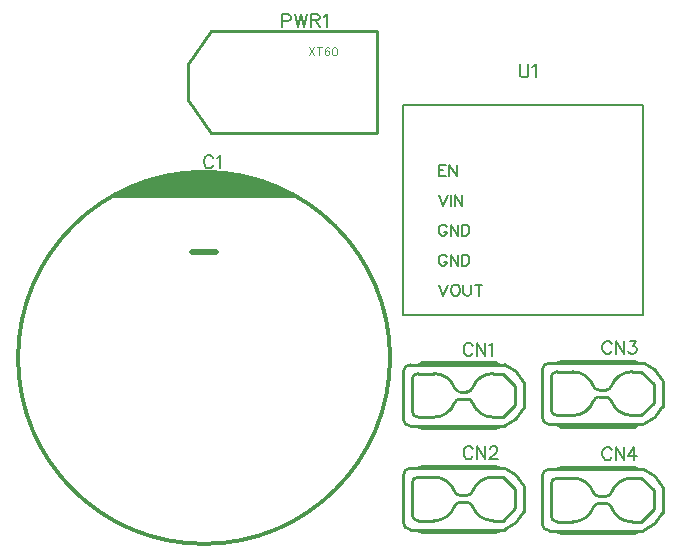
<source format=gto>
G04 Layer: TopSilkscreenLayer*
G04 EasyEDA v6.5.5, 2022-06-01 21:54:51*
G04 8c1e14e235494d98a3ccc41632180272,c96cdaf6a0e44fa3bb1e134f2b5c86cb,10*
G04 Gerber Generator version 0.2*
G04 Scale: 100 percent, Rotated: No, Reflected: No *
G04 Dimensions in millimeters *
G04 leading zeros omitted , absolute positions ,4 integer and 5 decimal *
%FSLAX45Y45*%
%MOMM*%

%ADD10C,0.2540*%
%ADD11C,0.1270*%
%ADD21C,0.3097*%
%ADD22C,0.5080*%
%ADD23C,0.1524*%
%ADD24C,0.2032*%
%ADD25C,0.1000*%

%LPD*%
D23*
X4002277Y-2895092D02*
G01*
X3996943Y-2884678D01*
X3986529Y-2874263D01*
X3976370Y-2869184D01*
X3955541Y-2869184D01*
X3945127Y-2874263D01*
X3934713Y-2884678D01*
X3929379Y-2895092D01*
X3924300Y-2910839D01*
X3924300Y-2936747D01*
X3929379Y-2952242D01*
X3934713Y-2962655D01*
X3945127Y-2973070D01*
X3955541Y-2978150D01*
X3976370Y-2978150D01*
X3986529Y-2973070D01*
X3996943Y-2962655D01*
X4002277Y-2952242D01*
X4036568Y-2869184D02*
G01*
X4036568Y-2978150D01*
X4036568Y-2869184D02*
G01*
X4109211Y-2978150D01*
X4109211Y-2869184D02*
G01*
X4109211Y-2978150D01*
X4143502Y-2890012D02*
G01*
X4153915Y-2884678D01*
X4169409Y-2869184D01*
X4169409Y-2978150D01*
X4002277Y-3771392D02*
G01*
X3996943Y-3760978D01*
X3986529Y-3750563D01*
X3976370Y-3745484D01*
X3955541Y-3745484D01*
X3945127Y-3750563D01*
X3934713Y-3760978D01*
X3929379Y-3771392D01*
X3924300Y-3787139D01*
X3924300Y-3813047D01*
X3929379Y-3828542D01*
X3934713Y-3838955D01*
X3945127Y-3849370D01*
X3955541Y-3854450D01*
X3976370Y-3854450D01*
X3986529Y-3849370D01*
X3996943Y-3838955D01*
X4002277Y-3828542D01*
X4036568Y-3745484D02*
G01*
X4036568Y-3854450D01*
X4036568Y-3745484D02*
G01*
X4109211Y-3854450D01*
X4109211Y-3745484D02*
G01*
X4109211Y-3854450D01*
X4148836Y-3771392D02*
G01*
X4148836Y-3766312D01*
X4153915Y-3755897D01*
X4159250Y-3750563D01*
X4169409Y-3745484D01*
X4190238Y-3745484D01*
X4200652Y-3750563D01*
X4205986Y-3755897D01*
X4211065Y-3766312D01*
X4211065Y-3776726D01*
X4205986Y-3787139D01*
X4195572Y-3802634D01*
X4143502Y-3854450D01*
X4216400Y-3854450D01*
X4400550Y-513334D02*
G01*
X4400550Y-591312D01*
X4405629Y-606805D01*
X4416043Y-617220D01*
X4431791Y-622300D01*
X4442206Y-622300D01*
X4457700Y-617220D01*
X4468113Y-606805D01*
X4473193Y-591312D01*
X4473193Y-513334D01*
X4507484Y-534162D02*
G01*
X4517897Y-528828D01*
X4533645Y-513334D01*
X4533645Y-622300D01*
D24*
X3714750Y-1360678D02*
G01*
X3714750Y-1457705D01*
X3714750Y-1360678D02*
G01*
X3774693Y-1360678D01*
X3714750Y-1406905D02*
G01*
X3751579Y-1406905D01*
X3714750Y-1457705D02*
G01*
X3774693Y-1457705D01*
X3805174Y-1360678D02*
G01*
X3805174Y-1457705D01*
X3805174Y-1360678D02*
G01*
X3869943Y-1457705D01*
X3869943Y-1360678D02*
G01*
X3869943Y-1457705D01*
X3714750Y-1614678D02*
G01*
X3751579Y-1711705D01*
X3788663Y-1614678D02*
G01*
X3751579Y-1711705D01*
X3819143Y-1614678D02*
G01*
X3819143Y-1711705D01*
X3849624Y-1614678D02*
G01*
X3849624Y-1711705D01*
X3849624Y-1614678D02*
G01*
X3914140Y-1711705D01*
X3914140Y-1614678D02*
G01*
X3914140Y-1711705D01*
X3784091Y-1891792D02*
G01*
X3779520Y-1882394D01*
X3770122Y-1873250D01*
X3760977Y-1868678D01*
X3742436Y-1868678D01*
X3733291Y-1873250D01*
X3723893Y-1882394D01*
X3719322Y-1891792D01*
X3714750Y-1905507D01*
X3714750Y-1928621D01*
X3719322Y-1942592D01*
X3723893Y-1951736D01*
X3733291Y-1960879D01*
X3742436Y-1965705D01*
X3760977Y-1965705D01*
X3770122Y-1960879D01*
X3779520Y-1951736D01*
X3784091Y-1942592D01*
X3784091Y-1928621D01*
X3760977Y-1928621D02*
G01*
X3784091Y-1928621D01*
X3814572Y-1868678D02*
G01*
X3814572Y-1965705D01*
X3814572Y-1868678D02*
G01*
X3879088Y-1965705D01*
X3879088Y-1868678D02*
G01*
X3879088Y-1965705D01*
X3909568Y-1868678D02*
G01*
X3909568Y-1965705D01*
X3909568Y-1868678D02*
G01*
X3942079Y-1868678D01*
X3955795Y-1873250D01*
X3964940Y-1882394D01*
X3969765Y-1891792D01*
X3974338Y-1905507D01*
X3974338Y-1928621D01*
X3969765Y-1942592D01*
X3964940Y-1951736D01*
X3955795Y-1960879D01*
X3942079Y-1965705D01*
X3909568Y-1965705D01*
X3784091Y-2145792D02*
G01*
X3779520Y-2136394D01*
X3770122Y-2127250D01*
X3760977Y-2122678D01*
X3742436Y-2122678D01*
X3733291Y-2127250D01*
X3723893Y-2136394D01*
X3719322Y-2145792D01*
X3714750Y-2159507D01*
X3714750Y-2182621D01*
X3719322Y-2196592D01*
X3723893Y-2205736D01*
X3733291Y-2214879D01*
X3742436Y-2219705D01*
X3760977Y-2219705D01*
X3770122Y-2214879D01*
X3779520Y-2205736D01*
X3784091Y-2196592D01*
X3784091Y-2182621D01*
X3760977Y-2182621D02*
G01*
X3784091Y-2182621D01*
X3814572Y-2122678D02*
G01*
X3814572Y-2219705D01*
X3814572Y-2122678D02*
G01*
X3879088Y-2219705D01*
X3879088Y-2122678D02*
G01*
X3879088Y-2219705D01*
X3909568Y-2122678D02*
G01*
X3909568Y-2219705D01*
X3909568Y-2122678D02*
G01*
X3942079Y-2122678D01*
X3955795Y-2127250D01*
X3964940Y-2136394D01*
X3969765Y-2145792D01*
X3974338Y-2159507D01*
X3974338Y-2182621D01*
X3969765Y-2196592D01*
X3964940Y-2205736D01*
X3955795Y-2214879D01*
X3942079Y-2219705D01*
X3909568Y-2219705D01*
X3714750Y-2376678D02*
G01*
X3751579Y-2473705D01*
X3788663Y-2376678D02*
G01*
X3751579Y-2473705D01*
X3846829Y-2376678D02*
G01*
X3837686Y-2381250D01*
X3828288Y-2390394D01*
X3823715Y-2399792D01*
X3819143Y-2413507D01*
X3819143Y-2436621D01*
X3823715Y-2450592D01*
X3828288Y-2459736D01*
X3837686Y-2468879D01*
X3846829Y-2473705D01*
X3865372Y-2473705D01*
X3874515Y-2468879D01*
X3883659Y-2459736D01*
X3888486Y-2450592D01*
X3893058Y-2436621D01*
X3893058Y-2413507D01*
X3888486Y-2399792D01*
X3883659Y-2390394D01*
X3874515Y-2381250D01*
X3865372Y-2376678D01*
X3846829Y-2376678D01*
X3923538Y-2376678D02*
G01*
X3923538Y-2446020D01*
X3928109Y-2459736D01*
X3937254Y-2468879D01*
X3951224Y-2473705D01*
X3960368Y-2473705D01*
X3974338Y-2468879D01*
X3983481Y-2459736D01*
X3988054Y-2446020D01*
X3988054Y-2376678D01*
X4051045Y-2376678D02*
G01*
X4051045Y-2473705D01*
X4018534Y-2376678D02*
G01*
X4083304Y-2376678D01*
D23*
X2387600Y-87884D02*
G01*
X2387600Y-196850D01*
X2387600Y-87884D02*
G01*
X2434336Y-87884D01*
X2449829Y-92963D01*
X2455163Y-98297D01*
X2460243Y-108712D01*
X2460243Y-124205D01*
X2455163Y-134620D01*
X2449829Y-139700D01*
X2434336Y-145034D01*
X2387600Y-145034D01*
X2494534Y-87884D02*
G01*
X2520695Y-196850D01*
X2546604Y-87884D02*
G01*
X2520695Y-196850D01*
X2546604Y-87884D02*
G01*
X2572511Y-196850D01*
X2598420Y-87884D02*
G01*
X2572511Y-196850D01*
X2632709Y-87884D02*
G01*
X2632709Y-196850D01*
X2632709Y-87884D02*
G01*
X2679700Y-87884D01*
X2695193Y-92963D01*
X2700274Y-98297D01*
X2705608Y-108712D01*
X2705608Y-119126D01*
X2700274Y-129539D01*
X2695193Y-134620D01*
X2679700Y-139700D01*
X2632709Y-139700D01*
X2669286Y-139700D02*
G01*
X2705608Y-196850D01*
X2739897Y-108712D02*
G01*
X2750311Y-103378D01*
X2765806Y-87884D01*
X2765806Y-196850D01*
D25*
X2616200Y-368300D02*
G01*
X2660650Y-435102D01*
X2660650Y-368300D02*
G01*
X2616200Y-435102D01*
X2704084Y-368300D02*
G01*
X2704084Y-435102D01*
X2681731Y-368300D02*
G01*
X2726181Y-368300D01*
X2785363Y-377697D02*
G01*
X2782315Y-371347D01*
X2772663Y-368300D01*
X2766313Y-368300D01*
X2756915Y-371347D01*
X2750565Y-381000D01*
X2747263Y-396747D01*
X2747263Y-412750D01*
X2750565Y-425450D01*
X2756915Y-431800D01*
X2766313Y-435102D01*
X2769615Y-435102D01*
X2779013Y-431800D01*
X2785363Y-425450D01*
X2788665Y-416052D01*
X2788665Y-412750D01*
X2785363Y-403097D01*
X2779013Y-396747D01*
X2769615Y-393700D01*
X2766313Y-393700D01*
X2756915Y-396747D01*
X2750565Y-403097D01*
X2747263Y-412750D01*
X2828797Y-368300D02*
G01*
X2819145Y-371347D01*
X2812795Y-381000D01*
X2809747Y-396747D01*
X2809747Y-406400D01*
X2812795Y-422402D01*
X2819145Y-431800D01*
X2828797Y-435102D01*
X2835147Y-435102D01*
X2844545Y-431800D01*
X2850895Y-422402D01*
X2854197Y-406400D01*
X2854197Y-396747D01*
X2850895Y-381000D01*
X2844545Y-371347D01*
X2835147Y-368300D01*
X2828797Y-368300D01*
D23*
X1805178Y-1307592D02*
G01*
X1799844Y-1297178D01*
X1789429Y-1286763D01*
X1779270Y-1281684D01*
X1758442Y-1281684D01*
X1748028Y-1286763D01*
X1737613Y-1297178D01*
X1732279Y-1307592D01*
X1727200Y-1323339D01*
X1727200Y-1349247D01*
X1732279Y-1364742D01*
X1737613Y-1375155D01*
X1748028Y-1385570D01*
X1758442Y-1390650D01*
X1779270Y-1390650D01*
X1789429Y-1385570D01*
X1799844Y-1375155D01*
X1805178Y-1364742D01*
X1839468Y-1302512D02*
G01*
X1849881Y-1297178D01*
X1865376Y-1281684D01*
X1865376Y-1390650D01*
X5177983Y-2880393D02*
G01*
X5172649Y-2869979D01*
X5162235Y-2859565D01*
X5152075Y-2854485D01*
X5131247Y-2854485D01*
X5120833Y-2859565D01*
X5110419Y-2869979D01*
X5105085Y-2880393D01*
X5100005Y-2896141D01*
X5100005Y-2922049D01*
X5105085Y-2937543D01*
X5110419Y-2947957D01*
X5120833Y-2958371D01*
X5131247Y-2963451D01*
X5152075Y-2963451D01*
X5162235Y-2958371D01*
X5172649Y-2947957D01*
X5177983Y-2937543D01*
X5212273Y-2854485D02*
G01*
X5212273Y-2963451D01*
X5212273Y-2854485D02*
G01*
X5284917Y-2963451D01*
X5284917Y-2854485D02*
G01*
X5284917Y-2963451D01*
X5329621Y-2854485D02*
G01*
X5386771Y-2854485D01*
X5355529Y-2896141D01*
X5371277Y-2896141D01*
X5381691Y-2901221D01*
X5386771Y-2906301D01*
X5392105Y-2922049D01*
X5392105Y-2932463D01*
X5386771Y-2947957D01*
X5376357Y-2958371D01*
X5360863Y-2963451D01*
X5345115Y-2963451D01*
X5329621Y-2958371D01*
X5324541Y-2953291D01*
X5319207Y-2942877D01*
X5177977Y-3780391D02*
G01*
X5172643Y-3769977D01*
X5162229Y-3759563D01*
X5152069Y-3754483D01*
X5131241Y-3754483D01*
X5120827Y-3759563D01*
X5110413Y-3769977D01*
X5105079Y-3780391D01*
X5099999Y-3796139D01*
X5099999Y-3822047D01*
X5105079Y-3837541D01*
X5110413Y-3847955D01*
X5120827Y-3858369D01*
X5131241Y-3863449D01*
X5152069Y-3863449D01*
X5162229Y-3858369D01*
X5172643Y-3847955D01*
X5177977Y-3837541D01*
X5212267Y-3754483D02*
G01*
X5212267Y-3863449D01*
X5212267Y-3754483D02*
G01*
X5284911Y-3863449D01*
X5284911Y-3754483D02*
G01*
X5284911Y-3863449D01*
X5371271Y-3754483D02*
G01*
X5319201Y-3827127D01*
X5397179Y-3827127D01*
X5371271Y-3754483D02*
G01*
X5371271Y-3863449D01*
D10*
X4359323Y-3394669D02*
G01*
X4254324Y-3499667D01*
X4359323Y-3394669D02*
G01*
X4359323Y-3234667D01*
X4359323Y-3234667D02*
G01*
X4254324Y-3129668D01*
X3953355Y-3284667D02*
G01*
X3895288Y-3284667D01*
X3953355Y-3344669D02*
G01*
X3895288Y-3344669D01*
X4174322Y-3129668D02*
G01*
X4254324Y-3129668D01*
X4174322Y-3499667D02*
G01*
X4254324Y-3499667D01*
X3674323Y-3129668D02*
G01*
X3539322Y-3129668D01*
X3674323Y-3499667D02*
G01*
X3539322Y-3499667D01*
X3489322Y-3179668D02*
G01*
X3489322Y-3449667D01*
X4229320Y-3054664D02*
G01*
X4189323Y-3034667D01*
X3574321Y-3034667D01*
X3534318Y-3054664D02*
G01*
X3574321Y-3034667D01*
X4229320Y-3574671D02*
G01*
X4189323Y-3594668D01*
X3574321Y-3594668D01*
X3534318Y-3574671D02*
G01*
X3574321Y-3594668D01*
X3474321Y-3054664D02*
G01*
X4271860Y-3054664D01*
X3474321Y-3574671D02*
G01*
X4271860Y-3574671D01*
X4434319Y-3424671D02*
G01*
X4434319Y-3204667D01*
X3414318Y-3514669D02*
G01*
X3414318Y-3114667D01*
X4359323Y-4270969D02*
G01*
X4254324Y-4375967D01*
X4359323Y-4270969D02*
G01*
X4359323Y-4110967D01*
X4359323Y-4110967D02*
G01*
X4254324Y-4005968D01*
X3953355Y-4160967D02*
G01*
X3895288Y-4160967D01*
X3953355Y-4220969D02*
G01*
X3895288Y-4220969D01*
X4174322Y-4005968D02*
G01*
X4254324Y-4005968D01*
X4174322Y-4375967D02*
G01*
X4254324Y-4375967D01*
X3674323Y-4005968D02*
G01*
X3539322Y-4005968D01*
X3674323Y-4375967D02*
G01*
X3539322Y-4375967D01*
X3489322Y-4055968D02*
G01*
X3489322Y-4325967D01*
X4229320Y-3930964D02*
G01*
X4189323Y-3910967D01*
X3574321Y-3910967D01*
X3534318Y-3930964D02*
G01*
X3574321Y-3910967D01*
X4229320Y-4450971D02*
G01*
X4189323Y-4470968D01*
X3574321Y-4470968D01*
X3534318Y-4450971D02*
G01*
X3574321Y-4470968D01*
X3474321Y-3930964D02*
G01*
X4271860Y-3930964D01*
X3474321Y-4450971D02*
G01*
X4271860Y-4450971D01*
X4434319Y-4300971D02*
G01*
X4434319Y-4080967D01*
X3414318Y-4390969D02*
G01*
X3414318Y-3990967D01*
D11*
X5441441Y-856742D02*
G01*
X5441441Y-2634742D01*
X3409441Y-2634742D01*
X3409441Y-856742D01*
X5441441Y-856742D01*
X3409441Y-2634742D02*
G01*
X5441441Y-2634742D01*
D10*
X1787601Y-230403D02*
G01*
X3187598Y-230403D01*
X3187598Y-230403D02*
G01*
X3187598Y-1090396D01*
X3187598Y-1090396D02*
G01*
X1787601Y-1090396D01*
X1787601Y-1090396D02*
G01*
X1587601Y-810412D01*
X1587601Y-810412D02*
G01*
X1587601Y-510412D01*
X1787601Y-230403D02*
G01*
X1587601Y-510412D01*
D21*
X955039Y-1625600D02*
G01*
X2489200Y-1625600D01*
X2458720Y-1605279D02*
G01*
X995679Y-1605279D01*
X1036320Y-1584960D02*
G01*
X2418079Y-1584960D01*
X2326640Y-1544320D02*
G01*
X1127760Y-1544320D01*
X1229360Y-1503679D02*
G01*
X2225040Y-1503679D01*
X1371600Y-1463039D02*
G01*
X2082800Y-1463039D01*
X1483360Y-1442720D02*
G01*
X1971040Y-1442720D01*
X1300479Y-1483360D02*
G01*
X2153920Y-1483360D01*
X1178560Y-1524000D02*
G01*
X2275840Y-1524000D01*
X1076960Y-1564639D02*
G01*
X2377440Y-1564639D01*
D22*
X1625600Y-2103120D02*
G01*
X1828800Y-2103120D01*
D10*
X5535028Y-3379970D02*
G01*
X5430029Y-3484968D01*
X5535028Y-3379970D02*
G01*
X5535028Y-3219968D01*
X5535028Y-3219968D02*
G01*
X5430029Y-3114969D01*
X5129060Y-3269968D02*
G01*
X5070993Y-3269968D01*
X5129060Y-3329970D02*
G01*
X5070993Y-3329970D01*
X5350027Y-3114969D02*
G01*
X5430029Y-3114969D01*
X5350027Y-3484968D02*
G01*
X5430029Y-3484968D01*
X4850028Y-3114969D02*
G01*
X4715027Y-3114969D01*
X4850028Y-3484968D02*
G01*
X4715027Y-3484968D01*
X4665027Y-3164969D02*
G01*
X4665027Y-3434969D01*
X5405026Y-3039965D02*
G01*
X5365028Y-3019968D01*
X4750026Y-3019968D01*
X4710023Y-3039965D02*
G01*
X4750026Y-3019968D01*
X5405026Y-3559972D02*
G01*
X5365028Y-3579969D01*
X4750026Y-3579969D01*
X4710023Y-3559972D02*
G01*
X4750026Y-3579969D01*
X4650026Y-3039965D02*
G01*
X5447565Y-3039965D01*
X4650026Y-3559972D02*
G01*
X5447565Y-3559972D01*
X5610024Y-3409972D02*
G01*
X5610024Y-3189968D01*
X4590023Y-3499970D02*
G01*
X4590023Y-3099968D01*
X5535023Y-4279968D02*
G01*
X5430024Y-4384967D01*
X5535023Y-4279968D02*
G01*
X5535023Y-4119966D01*
X5535023Y-4119966D02*
G01*
X5430024Y-4014967D01*
X5129055Y-4169966D02*
G01*
X5070988Y-4169966D01*
X5129055Y-4229968D02*
G01*
X5070988Y-4229968D01*
X5350022Y-4014967D02*
G01*
X5430024Y-4014967D01*
X5350022Y-4384967D02*
G01*
X5430024Y-4384967D01*
X4850023Y-4014967D02*
G01*
X4715022Y-4014967D01*
X4850023Y-4384967D02*
G01*
X4715022Y-4384967D01*
X4665022Y-4064967D02*
G01*
X4665022Y-4334967D01*
X5405020Y-3939964D02*
G01*
X5365023Y-3919966D01*
X4750020Y-3919966D01*
X4710018Y-3939964D02*
G01*
X4750020Y-3919966D01*
X5405020Y-4459970D02*
G01*
X5365023Y-4479968D01*
X4750020Y-4479968D01*
X4710018Y-4459970D02*
G01*
X4750020Y-4479968D01*
X4650021Y-3939964D02*
G01*
X5447560Y-3939964D01*
X4650021Y-4459970D02*
G01*
X5447560Y-4459970D01*
X5610019Y-4309971D02*
G01*
X5610019Y-4089966D01*
X4590018Y-4399968D02*
G01*
X4590018Y-3999966D01*
G75*
G01*
X3414321Y-3514669D02*
G03*
X3474321Y-3574669I60000J0D01*
G75*
G01*
X3474321Y-3054667D02*
G03*
X3414321Y-3114667I0J-60000D01*
G75*
G01*
X4434322Y-3204667D02*
G03*
X4271863Y-3054667I-252042J-110001D01*
G75*
G01*
X4271863Y-3574669D02*
G03*
X4434322Y-3424669I-89583J260000D01*
G75*
G01*
X3674323Y-3499668D02*
G03*
X3848273Y-3377646I-1J185001D01*
G75*
G01*
X3489322Y-3449668D02*
G03*
X3539322Y-3499668I50000J0D01*
G75*
G01*
X3539322Y-3129669D02*
G03*
X3489322Y-3179669I0J-50000D01*
G75*
G01*
X4174322Y-3129669D02*
G03*
X4000373Y-3251690I2J-185001D01*
G75*
G01*
X3895286Y-3344669D02*
G03*
X3848273Y-3377646I0J-50000D01*
G75*
G01*
X3848273Y-3251690D02*
G03*
X3895286Y-3284667I47013J17023D01*
G75*
G01*
X3848273Y-3251690D02*
G03*
X3674323Y-3129669I-173951J-62980D01*
G75*
G01*
X3953358Y-3284667D02*
G03*
X4000373Y-3251690I2J50000D01*
G75*
G01*
X4000373Y-3377646D02*
G03*
X3953358Y-3344669I-47013J-17023D01*
G75*
G01*
X4000373Y-3377646D02*
G03*
X4174322Y-3499668I173951J62979D01*
G75*
G01*
X3414321Y-4390969D02*
G03*
X3474321Y-4450969I60000J0D01*
G75*
G01*
X3474321Y-3930967D02*
G03*
X3414321Y-3990967I0J-60000D01*
G75*
G01*
X4434322Y-4080967D02*
G03*
X4271863Y-3930967I-252042J-110001D01*
G75*
G01*
X4271863Y-4450969D02*
G03*
X4434322Y-4300969I-89583J260000D01*
G75*
G01*
X3674323Y-4375968D02*
G03*
X3848273Y-4253946I-1J185001D01*
G75*
G01*
X3489322Y-4325968D02*
G03*
X3539322Y-4375968I50000J0D01*
G75*
G01*
X3539322Y-4005969D02*
G03*
X3489322Y-4055969I0J-50000D01*
G75*
G01*
X4174322Y-4005969D02*
G03*
X4000373Y-4127990I2J-185001D01*
G75*
G01*
X3895286Y-4220969D02*
G03*
X3848273Y-4253946I0J-50000D01*
G75*
G01*
X3848273Y-4127990D02*
G03*
X3895286Y-4160967I47013J17023D01*
G75*
G01*
X3848273Y-4127990D02*
G03*
X3674323Y-4005969I-173951J-62980D01*
G75*
G01*
X3953358Y-4160967D02*
G03*
X4000373Y-4127990I2J50000D01*
G75*
G01*
X4000373Y-4253946D02*
G03*
X3953358Y-4220969I-47013J-17023D01*
G75*
G01*
X4000373Y-4253946D02*
G03*
X4174322Y-4375968I173951J62979D01*
G75*
G01*
X4590026Y-3499970D02*
G03*
X4650026Y-3559970I60000J0D01*
G75*
G01*
X4650026Y-3039969D02*
G03*
X4590026Y-3099968I0J-59999D01*
G75*
G01*
X5610027Y-3189968D02*
G03*
X5447568Y-3039969I-252042J-110001D01*
G75*
G01*
X5447568Y-3559970D02*
G03*
X5610027Y-3409970I-89583J260000D01*
G75*
G01*
X4850028Y-3484969D02*
G03*
X5023978Y-3362947I-1J185001D01*
G75*
G01*
X4665028Y-3434969D02*
G03*
X4715027Y-3484969I49999J0D01*
G75*
G01*
X4715027Y-3114970D02*
G03*
X4665028Y-3164970I0J-50000D01*
G75*
G01*
X5350027Y-3114970D02*
G03*
X5176078Y-3236991I2J-185001D01*
G75*
G01*
X5070991Y-3329970D02*
G03*
X5023978Y-3362947I0J-50000D01*
G75*
G01*
X5023978Y-3236991D02*
G03*
X5070991Y-3269968I47013J17023D01*
G75*
G01*
X5023978Y-3236991D02*
G03*
X4850028Y-3114970I-173951J-62980D01*
G75*
G01*
X5129063Y-3269968D02*
G03*
X5176078Y-3236991I2J50000D01*
G75*
G01*
X5176078Y-3362947D02*
G03*
X5129063Y-3329970I-47013J-17023D01*
G75*
G01*
X5176078Y-3362947D02*
G03*
X5350027Y-3484969I173951J62979D01*
G75*
G01*
X4590021Y-4399968D02*
G03*
X4650021Y-4459968I60000J0D01*
G75*
G01*
X4650021Y-3939967D02*
G03*
X4590021Y-3999967I0J-60000D01*
G75*
G01*
X5610022Y-4089966D02*
G03*
X5447563Y-3939967I-252042J-110001D01*
G75*
G01*
X5447563Y-4459968D02*
G03*
X5610022Y-4309969I-89583J260000D01*
G75*
G01*
X4850023Y-4384967D02*
G03*
X5023973Y-4262945I-1J185001D01*
G75*
G01*
X4665022Y-4334967D02*
G03*
X4715022Y-4384967I50000J0D01*
G75*
G01*
X4715022Y-4014968D02*
G03*
X4665022Y-4064968I0J-50000D01*
G75*
G01*
X5350022Y-4014968D02*
G03*
X5176073Y-4136989I2J-185001D01*
G75*
G01*
X5070986Y-4229969D02*
G03*
X5023973Y-4262945I-1J-50000D01*
G75*
G01*
X5023973Y-4136989D02*
G03*
X5070986Y-4169966I47012J17023D01*
G75*
G01*
X5023973Y-4136989D02*
G03*
X4850023Y-4014968I-173951J-62980D01*
G75*
G01*
X5129058Y-4169966D02*
G03*
X5176073Y-4136989I2J50000D01*
G75*
G01*
X5176073Y-4262945D02*
G03*
X5129058Y-4229969I-47013J-17024D01*
G75*
G01*
X5176073Y-4262945D02*
G03*
X5350022Y-4384967I173951J62979D01*
D21*
G75*
G01
X3302000Y-2997200D02*
G03X3302000Y-2997200I-1574800J0D01*
M02*

</source>
